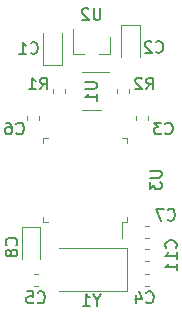
<source format=gbr>
G04 #@! TF.GenerationSoftware,KiCad,Pcbnew,5.0.2+dfsg1-1*
G04 #@! TF.CreationDate,2019-02-05T15:33:20+03:00*
G04 #@! TF.ProjectId,EvilKeys,4576696c-4b65-4797-932e-6b696361645f,1.0*
G04 #@! TF.SameCoordinates,PX7bfa480PY42c1d80*
G04 #@! TF.FileFunction,Legend,Bot*
G04 #@! TF.FilePolarity,Positive*
%FSLAX46Y46*%
G04 Gerber Fmt 4.6, Leading zero omitted, Abs format (unit mm)*
G04 Created by KiCad (PCBNEW 5.0.2+dfsg1-1) date Tue 05 Feb 2019 03:33:20 PM MSK*
%MOMM*%
%LPD*%
G01*
G04 APERTURE LIST*
%ADD10C,0.120000*%
%ADD11C,0.150000*%
%ADD12C,0.100000*%
%ADD13C,1.150000*%
%ADD14C,0.975000*%
%ADD15R,1.800000X1.800000*%
%ADD16O,1.800000X1.800000*%
%ADD17O,2.000000X3.600000*%
%ADD18C,1.200000*%
%ADD19R,0.800000X0.610000*%
%ADD20R,0.900000X1.000000*%
%ADD21R,0.350000X1.400000*%
%ADD22R,1.400000X0.350000*%
%ADD23R,2.100000X2.500000*%
G04 APERTURE END LIST*
D10*
G04 #@! TO.C,C8*
X1615000Y-23900000D02*
X1615000Y-21190000D01*
X1615000Y-21190000D02*
X3185000Y-21190000D01*
X3185000Y-21190000D02*
X3185000Y-23900000D01*
G04 #@! TO.C,C1*
X3415000Y-7510000D02*
X3415000Y-4800000D01*
X4985000Y-7510000D02*
X3415000Y-7510000D01*
X4985000Y-4800000D02*
X4985000Y-7510000D01*
G04 #@! TO.C,C2*
X10015000Y-6800000D02*
X10015000Y-4090000D01*
X10015000Y-4090000D02*
X11585000Y-4090000D01*
X11585000Y-4090000D02*
X11585000Y-6800000D01*
G04 #@! TO.C,C3*
X11290000Y-11837221D02*
X11290000Y-12162779D01*
X12310000Y-11837221D02*
X12310000Y-12162779D01*
G04 #@! TO.C,C4*
X12037221Y-25190000D02*
X12362779Y-25190000D01*
X12037221Y-26210000D02*
X12362779Y-26210000D01*
G04 #@! TO.C,C5*
X2962779Y-25190000D02*
X2637221Y-25190000D01*
X2962779Y-26210000D02*
X2637221Y-26210000D01*
G04 #@! TO.C,C6*
X3110000Y-11837221D02*
X3110000Y-12162779D01*
X2090000Y-11837221D02*
X2090000Y-12162779D01*
G04 #@! TO.C,C7*
X12362779Y-21090000D02*
X12037221Y-21090000D01*
X12362779Y-22110000D02*
X12037221Y-22110000D01*
G04 #@! TO.C,R1*
X4290000Y-9537221D02*
X4290000Y-9862779D01*
X5310000Y-9537221D02*
X5310000Y-9862779D01*
G04 #@! TO.C,R2*
X10710000Y-9537221D02*
X10710000Y-9862779D01*
X9690000Y-9537221D02*
X9690000Y-9862779D01*
G04 #@! TO.C,U1*
X8300000Y-11300000D02*
X6700000Y-11300000D01*
X6700000Y-8100000D02*
X9000000Y-8100000D01*
G04 #@! TO.C,U2*
X9080000Y-6560000D02*
X8150000Y-6560000D01*
X5920000Y-6560000D02*
X6850000Y-6560000D01*
X5920000Y-6560000D02*
X5920000Y-4400000D01*
X9080000Y-6560000D02*
X9080000Y-5100000D01*
G04 #@! TO.C,U3*
X10560000Y-13640000D02*
X10140000Y-13640000D01*
X3440000Y-13640000D02*
X3860000Y-13640000D01*
X3440000Y-20760000D02*
X3860000Y-20760000D01*
X10560000Y-20760000D02*
X10560000Y-20340000D01*
X3440000Y-13640000D02*
X3440000Y-14060000D01*
X10560000Y-13640000D02*
X10560000Y-14060000D01*
X10140000Y-20760000D02*
X10140000Y-22140000D01*
X10560000Y-20760000D02*
X10140000Y-20760000D01*
X3440000Y-20760000D02*
X3440000Y-20340000D01*
G04 #@! TO.C,Y1*
X4800000Y-23000000D02*
X10550000Y-23000000D01*
X10550000Y-23000000D02*
X10550000Y-26600000D01*
X10550000Y-26600000D02*
X4800000Y-26600000D01*
G04 #@! TO.C,C11*
X12037221Y-24110000D02*
X12362779Y-24110000D01*
X12037221Y-23090000D02*
X12362779Y-23090000D01*
G04 #@! TO.C,C8*
D11*
X1157142Y-22733333D02*
X1204761Y-22685714D01*
X1252380Y-22542857D01*
X1252380Y-22447619D01*
X1204761Y-22304761D01*
X1109523Y-22209523D01*
X1014285Y-22161904D01*
X823809Y-22114285D01*
X680952Y-22114285D01*
X490476Y-22161904D01*
X395238Y-22209523D01*
X300000Y-22304761D01*
X252380Y-22447619D01*
X252380Y-22542857D01*
X300000Y-22685714D01*
X347619Y-22733333D01*
X680952Y-23304761D02*
X633333Y-23209523D01*
X585714Y-23161904D01*
X490476Y-23114285D01*
X442857Y-23114285D01*
X347619Y-23161904D01*
X300000Y-23209523D01*
X252380Y-23304761D01*
X252380Y-23495238D01*
X300000Y-23590476D01*
X347619Y-23638095D01*
X442857Y-23685714D01*
X490476Y-23685714D01*
X585714Y-23638095D01*
X633333Y-23590476D01*
X680952Y-23495238D01*
X680952Y-23304761D01*
X728571Y-23209523D01*
X776190Y-23161904D01*
X871428Y-23114285D01*
X1061904Y-23114285D01*
X1157142Y-23161904D01*
X1204761Y-23209523D01*
X1252380Y-23304761D01*
X1252380Y-23495238D01*
X1204761Y-23590476D01*
X1157142Y-23638095D01*
X1061904Y-23685714D01*
X871428Y-23685714D01*
X776190Y-23638095D01*
X728571Y-23590476D01*
X680952Y-23495238D01*
G04 #@! TO.C,C1*
X2366666Y-6457142D02*
X2414285Y-6504761D01*
X2557142Y-6552380D01*
X2652380Y-6552380D01*
X2795238Y-6504761D01*
X2890476Y-6409523D01*
X2938095Y-6314285D01*
X2985714Y-6123809D01*
X2985714Y-5980952D01*
X2938095Y-5790476D01*
X2890476Y-5695238D01*
X2795238Y-5600000D01*
X2652380Y-5552380D01*
X2557142Y-5552380D01*
X2414285Y-5600000D01*
X2366666Y-5647619D01*
X1414285Y-6552380D02*
X1985714Y-6552380D01*
X1700000Y-6552380D02*
X1700000Y-5552380D01*
X1795238Y-5695238D01*
X1890476Y-5790476D01*
X1985714Y-5838095D01*
G04 #@! TO.C,C2*
X12966666Y-6357142D02*
X13014285Y-6404761D01*
X13157142Y-6452380D01*
X13252380Y-6452380D01*
X13395238Y-6404761D01*
X13490476Y-6309523D01*
X13538095Y-6214285D01*
X13585714Y-6023809D01*
X13585714Y-5880952D01*
X13538095Y-5690476D01*
X13490476Y-5595238D01*
X13395238Y-5500000D01*
X13252380Y-5452380D01*
X13157142Y-5452380D01*
X13014285Y-5500000D01*
X12966666Y-5547619D01*
X12585714Y-5547619D02*
X12538095Y-5500000D01*
X12442857Y-5452380D01*
X12204761Y-5452380D01*
X12109523Y-5500000D01*
X12061904Y-5547619D01*
X12014285Y-5642857D01*
X12014285Y-5738095D01*
X12061904Y-5880952D01*
X12633333Y-6452380D01*
X12014285Y-6452380D01*
G04 #@! TO.C,C3*
X13766666Y-13257142D02*
X13814285Y-13304761D01*
X13957142Y-13352380D01*
X14052380Y-13352380D01*
X14195238Y-13304761D01*
X14290476Y-13209523D01*
X14338095Y-13114285D01*
X14385714Y-12923809D01*
X14385714Y-12780952D01*
X14338095Y-12590476D01*
X14290476Y-12495238D01*
X14195238Y-12400000D01*
X14052380Y-12352380D01*
X13957142Y-12352380D01*
X13814285Y-12400000D01*
X13766666Y-12447619D01*
X13433333Y-12352380D02*
X12814285Y-12352380D01*
X13147619Y-12733333D01*
X13004761Y-12733333D01*
X12909523Y-12780952D01*
X12861904Y-12828571D01*
X12814285Y-12923809D01*
X12814285Y-13161904D01*
X12861904Y-13257142D01*
X12909523Y-13304761D01*
X13004761Y-13352380D01*
X13290476Y-13352380D01*
X13385714Y-13304761D01*
X13433333Y-13257142D01*
G04 #@! TO.C,C4*
X12166666Y-27557142D02*
X12214285Y-27604761D01*
X12357142Y-27652380D01*
X12452380Y-27652380D01*
X12595238Y-27604761D01*
X12690476Y-27509523D01*
X12738095Y-27414285D01*
X12785714Y-27223809D01*
X12785714Y-27080952D01*
X12738095Y-26890476D01*
X12690476Y-26795238D01*
X12595238Y-26700000D01*
X12452380Y-26652380D01*
X12357142Y-26652380D01*
X12214285Y-26700000D01*
X12166666Y-26747619D01*
X11309523Y-26985714D02*
X11309523Y-27652380D01*
X11547619Y-26604761D02*
X11785714Y-27319047D01*
X11166666Y-27319047D01*
G04 #@! TO.C,C5*
X2966666Y-27557142D02*
X3014285Y-27604761D01*
X3157142Y-27652380D01*
X3252380Y-27652380D01*
X3395238Y-27604761D01*
X3490476Y-27509523D01*
X3538095Y-27414285D01*
X3585714Y-27223809D01*
X3585714Y-27080952D01*
X3538095Y-26890476D01*
X3490476Y-26795238D01*
X3395238Y-26700000D01*
X3252380Y-26652380D01*
X3157142Y-26652380D01*
X3014285Y-26700000D01*
X2966666Y-26747619D01*
X2061904Y-26652380D02*
X2538095Y-26652380D01*
X2585714Y-27128571D01*
X2538095Y-27080952D01*
X2442857Y-27033333D01*
X2204761Y-27033333D01*
X2109523Y-27080952D01*
X2061904Y-27128571D01*
X2014285Y-27223809D01*
X2014285Y-27461904D01*
X2061904Y-27557142D01*
X2109523Y-27604761D01*
X2204761Y-27652380D01*
X2442857Y-27652380D01*
X2538095Y-27604761D01*
X2585714Y-27557142D01*
G04 #@! TO.C,C6*
X1166666Y-13257142D02*
X1214285Y-13304761D01*
X1357142Y-13352380D01*
X1452380Y-13352380D01*
X1595238Y-13304761D01*
X1690476Y-13209523D01*
X1738095Y-13114285D01*
X1785714Y-12923809D01*
X1785714Y-12780952D01*
X1738095Y-12590476D01*
X1690476Y-12495238D01*
X1595238Y-12400000D01*
X1452380Y-12352380D01*
X1357142Y-12352380D01*
X1214285Y-12400000D01*
X1166666Y-12447619D01*
X309523Y-12352380D02*
X500000Y-12352380D01*
X595238Y-12400000D01*
X642857Y-12447619D01*
X738095Y-12590476D01*
X785714Y-12780952D01*
X785714Y-13161904D01*
X738095Y-13257142D01*
X690476Y-13304761D01*
X595238Y-13352380D01*
X404761Y-13352380D01*
X309523Y-13304761D01*
X261904Y-13257142D01*
X214285Y-13161904D01*
X214285Y-12923809D01*
X261904Y-12828571D01*
X309523Y-12780952D01*
X404761Y-12733333D01*
X595238Y-12733333D01*
X690476Y-12780952D01*
X738095Y-12828571D01*
X785714Y-12923809D01*
G04 #@! TO.C,C7*
X13966666Y-20557142D02*
X14014285Y-20604761D01*
X14157142Y-20652380D01*
X14252380Y-20652380D01*
X14395238Y-20604761D01*
X14490476Y-20509523D01*
X14538095Y-20414285D01*
X14585714Y-20223809D01*
X14585714Y-20080952D01*
X14538095Y-19890476D01*
X14490476Y-19795238D01*
X14395238Y-19700000D01*
X14252380Y-19652380D01*
X14157142Y-19652380D01*
X14014285Y-19700000D01*
X13966666Y-19747619D01*
X13633333Y-19652380D02*
X12966666Y-19652380D01*
X13395238Y-20652380D01*
G04 #@! TO.C,R1*
X3166666Y-9552380D02*
X3500000Y-9076190D01*
X3738095Y-9552380D02*
X3738095Y-8552380D01*
X3357142Y-8552380D01*
X3261904Y-8600000D01*
X3214285Y-8647619D01*
X3166666Y-8742857D01*
X3166666Y-8885714D01*
X3214285Y-8980952D01*
X3261904Y-9028571D01*
X3357142Y-9076190D01*
X3738095Y-9076190D01*
X2214285Y-9552380D02*
X2785714Y-9552380D01*
X2500000Y-9552380D02*
X2500000Y-8552380D01*
X2595238Y-8695238D01*
X2690476Y-8790476D01*
X2785714Y-8838095D01*
G04 #@! TO.C,R2*
X12166666Y-9552380D02*
X12500000Y-9076190D01*
X12738095Y-9552380D02*
X12738095Y-8552380D01*
X12357142Y-8552380D01*
X12261904Y-8600000D01*
X12214285Y-8647619D01*
X12166666Y-8742857D01*
X12166666Y-8885714D01*
X12214285Y-8980952D01*
X12261904Y-9028571D01*
X12357142Y-9076190D01*
X12738095Y-9076190D01*
X11785714Y-8647619D02*
X11738095Y-8600000D01*
X11642857Y-8552380D01*
X11404761Y-8552380D01*
X11309523Y-8600000D01*
X11261904Y-8647619D01*
X11214285Y-8742857D01*
X11214285Y-8838095D01*
X11261904Y-8980952D01*
X11833333Y-9552380D01*
X11214285Y-9552380D01*
G04 #@! TO.C,U1*
X6952380Y-8938095D02*
X7761904Y-8938095D01*
X7857142Y-8985714D01*
X7904761Y-9033333D01*
X7952380Y-9128571D01*
X7952380Y-9319047D01*
X7904761Y-9414285D01*
X7857142Y-9461904D01*
X7761904Y-9509523D01*
X6952380Y-9509523D01*
X7952380Y-10509523D02*
X7952380Y-9938095D01*
X7952380Y-10223809D02*
X6952380Y-10223809D01*
X7095238Y-10128571D01*
X7190476Y-10033333D01*
X7238095Y-9938095D01*
G04 #@! TO.C,U2*
X8261904Y-2652380D02*
X8261904Y-3461904D01*
X8214285Y-3557142D01*
X8166666Y-3604761D01*
X8071428Y-3652380D01*
X7880952Y-3652380D01*
X7785714Y-3604761D01*
X7738095Y-3557142D01*
X7690476Y-3461904D01*
X7690476Y-2652380D01*
X7261904Y-2747619D02*
X7214285Y-2700000D01*
X7119047Y-2652380D01*
X6880952Y-2652380D01*
X6785714Y-2700000D01*
X6738095Y-2747619D01*
X6690476Y-2842857D01*
X6690476Y-2938095D01*
X6738095Y-3080952D01*
X7309523Y-3652380D01*
X6690476Y-3652380D01*
G04 #@! TO.C,U3*
X12452380Y-16438095D02*
X13261904Y-16438095D01*
X13357142Y-16485714D01*
X13404761Y-16533333D01*
X13452380Y-16628571D01*
X13452380Y-16819047D01*
X13404761Y-16914285D01*
X13357142Y-16961904D01*
X13261904Y-17009523D01*
X12452380Y-17009523D01*
X12452380Y-17390476D02*
X12452380Y-18009523D01*
X12833333Y-17676190D01*
X12833333Y-17819047D01*
X12880952Y-17914285D01*
X12928571Y-17961904D01*
X13023809Y-18009523D01*
X13261904Y-18009523D01*
X13357142Y-17961904D01*
X13404761Y-17914285D01*
X13452380Y-17819047D01*
X13452380Y-17533333D01*
X13404761Y-17438095D01*
X13357142Y-17390476D01*
G04 #@! TO.C,Y1*
X7976190Y-27376190D02*
X7976190Y-27852380D01*
X8309523Y-26852380D02*
X7976190Y-27376190D01*
X7642857Y-26852380D01*
X6785714Y-27852380D02*
X7357142Y-27852380D01*
X7071428Y-27852380D02*
X7071428Y-26852380D01*
X7166666Y-26995238D01*
X7261904Y-27090476D01*
X7357142Y-27138095D01*
G04 #@! TO.C,C11*
X14657142Y-22957142D02*
X14704761Y-22909523D01*
X14752380Y-22766666D01*
X14752380Y-22671428D01*
X14704761Y-22528571D01*
X14609523Y-22433333D01*
X14514285Y-22385714D01*
X14323809Y-22338095D01*
X14180952Y-22338095D01*
X13990476Y-22385714D01*
X13895238Y-22433333D01*
X13800000Y-22528571D01*
X13752380Y-22671428D01*
X13752380Y-22766666D01*
X13800000Y-22909523D01*
X13847619Y-22957142D01*
X14752380Y-23909523D02*
X14752380Y-23338095D01*
X14752380Y-23623809D02*
X13752380Y-23623809D01*
X13895238Y-23528571D01*
X13990476Y-23433333D01*
X14038095Y-23338095D01*
X14752380Y-24861904D02*
X14752380Y-24290476D01*
X14752380Y-24576190D02*
X13752380Y-24576190D01*
X13895238Y-24480952D01*
X13990476Y-24385714D01*
X14038095Y-24290476D01*
G04 #@! TD*
%LPC*%
D12*
G04 #@! TO.C,C8*
G36*
X2728029Y-21401318D02*
X2754608Y-21405261D01*
X2780674Y-21411790D01*
X2805973Y-21420842D01*
X2830264Y-21432331D01*
X2853311Y-21446145D01*
X2874894Y-21462152D01*
X2894803Y-21480197D01*
X2912848Y-21500106D01*
X2928855Y-21521689D01*
X2942669Y-21544736D01*
X2954158Y-21569027D01*
X2963210Y-21594326D01*
X2969739Y-21620392D01*
X2973682Y-21646971D01*
X2975000Y-21673809D01*
X2975000Y-22351191D01*
X2973682Y-22378029D01*
X2969739Y-22404608D01*
X2963210Y-22430674D01*
X2954158Y-22455973D01*
X2942669Y-22480264D01*
X2928855Y-22503311D01*
X2912848Y-22524894D01*
X2894803Y-22544803D01*
X2874894Y-22562848D01*
X2853311Y-22578855D01*
X2830264Y-22592669D01*
X2805973Y-22604158D01*
X2780674Y-22613210D01*
X2754608Y-22619739D01*
X2728029Y-22623682D01*
X2701191Y-22625000D01*
X2098809Y-22625000D01*
X2071971Y-22623682D01*
X2045392Y-22619739D01*
X2019326Y-22613210D01*
X1994027Y-22604158D01*
X1969736Y-22592669D01*
X1946689Y-22578855D01*
X1925106Y-22562848D01*
X1905197Y-22544803D01*
X1887152Y-22524894D01*
X1871145Y-22503311D01*
X1857331Y-22480264D01*
X1845842Y-22455973D01*
X1836790Y-22430674D01*
X1830261Y-22404608D01*
X1826318Y-22378029D01*
X1825000Y-22351191D01*
X1825000Y-21673809D01*
X1826318Y-21646971D01*
X1830261Y-21620392D01*
X1836790Y-21594326D01*
X1845842Y-21569027D01*
X1857331Y-21544736D01*
X1871145Y-21521689D01*
X1887152Y-21500106D01*
X1905197Y-21480197D01*
X1925106Y-21462152D01*
X1946689Y-21446145D01*
X1969736Y-21432331D01*
X1994027Y-21420842D01*
X2019326Y-21411790D01*
X2045392Y-21405261D01*
X2071971Y-21401318D01*
X2098809Y-21400000D01*
X2701191Y-21400000D01*
X2728029Y-21401318D01*
X2728029Y-21401318D01*
G37*
D13*
X2400000Y-22012500D03*
D12*
G36*
X2728029Y-23176318D02*
X2754608Y-23180261D01*
X2780674Y-23186790D01*
X2805973Y-23195842D01*
X2830264Y-23207331D01*
X2853311Y-23221145D01*
X2874894Y-23237152D01*
X2894803Y-23255197D01*
X2912848Y-23275106D01*
X2928855Y-23296689D01*
X2942669Y-23319736D01*
X2954158Y-23344027D01*
X2963210Y-23369326D01*
X2969739Y-23395392D01*
X2973682Y-23421971D01*
X2975000Y-23448809D01*
X2975000Y-24126191D01*
X2973682Y-24153029D01*
X2969739Y-24179608D01*
X2963210Y-24205674D01*
X2954158Y-24230973D01*
X2942669Y-24255264D01*
X2928855Y-24278311D01*
X2912848Y-24299894D01*
X2894803Y-24319803D01*
X2874894Y-24337848D01*
X2853311Y-24353855D01*
X2830264Y-24367669D01*
X2805973Y-24379158D01*
X2780674Y-24388210D01*
X2754608Y-24394739D01*
X2728029Y-24398682D01*
X2701191Y-24400000D01*
X2098809Y-24400000D01*
X2071971Y-24398682D01*
X2045392Y-24394739D01*
X2019326Y-24388210D01*
X1994027Y-24379158D01*
X1969736Y-24367669D01*
X1946689Y-24353855D01*
X1925106Y-24337848D01*
X1905197Y-24319803D01*
X1887152Y-24299894D01*
X1871145Y-24278311D01*
X1857331Y-24255264D01*
X1845842Y-24230973D01*
X1836790Y-24205674D01*
X1830261Y-24179608D01*
X1826318Y-24153029D01*
X1825000Y-24126191D01*
X1825000Y-23448809D01*
X1826318Y-23421971D01*
X1830261Y-23395392D01*
X1836790Y-23369326D01*
X1845842Y-23344027D01*
X1857331Y-23319736D01*
X1871145Y-23296689D01*
X1887152Y-23275106D01*
X1905197Y-23255197D01*
X1925106Y-23237152D01*
X1946689Y-23221145D01*
X1969736Y-23207331D01*
X1994027Y-23195842D01*
X2019326Y-23186790D01*
X2045392Y-23180261D01*
X2071971Y-23176318D01*
X2098809Y-23175000D01*
X2701191Y-23175000D01*
X2728029Y-23176318D01*
X2728029Y-23176318D01*
G37*
D13*
X2400000Y-23787500D03*
G04 #@! TD*
D12*
G04 #@! TO.C,C1*
G36*
X4528029Y-4301318D02*
X4554608Y-4305261D01*
X4580674Y-4311790D01*
X4605973Y-4320842D01*
X4630264Y-4332331D01*
X4653311Y-4346145D01*
X4674894Y-4362152D01*
X4694803Y-4380197D01*
X4712848Y-4400106D01*
X4728855Y-4421689D01*
X4742669Y-4444736D01*
X4754158Y-4469027D01*
X4763210Y-4494326D01*
X4769739Y-4520392D01*
X4773682Y-4546971D01*
X4775000Y-4573809D01*
X4775000Y-5251191D01*
X4773682Y-5278029D01*
X4769739Y-5304608D01*
X4763210Y-5330674D01*
X4754158Y-5355973D01*
X4742669Y-5380264D01*
X4728855Y-5403311D01*
X4712848Y-5424894D01*
X4694803Y-5444803D01*
X4674894Y-5462848D01*
X4653311Y-5478855D01*
X4630264Y-5492669D01*
X4605973Y-5504158D01*
X4580674Y-5513210D01*
X4554608Y-5519739D01*
X4528029Y-5523682D01*
X4501191Y-5525000D01*
X3898809Y-5525000D01*
X3871971Y-5523682D01*
X3845392Y-5519739D01*
X3819326Y-5513210D01*
X3794027Y-5504158D01*
X3769736Y-5492669D01*
X3746689Y-5478855D01*
X3725106Y-5462848D01*
X3705197Y-5444803D01*
X3687152Y-5424894D01*
X3671145Y-5403311D01*
X3657331Y-5380264D01*
X3645842Y-5355973D01*
X3636790Y-5330674D01*
X3630261Y-5304608D01*
X3626318Y-5278029D01*
X3625000Y-5251191D01*
X3625000Y-4573809D01*
X3626318Y-4546971D01*
X3630261Y-4520392D01*
X3636790Y-4494326D01*
X3645842Y-4469027D01*
X3657331Y-4444736D01*
X3671145Y-4421689D01*
X3687152Y-4400106D01*
X3705197Y-4380197D01*
X3725106Y-4362152D01*
X3746689Y-4346145D01*
X3769736Y-4332331D01*
X3794027Y-4320842D01*
X3819326Y-4311790D01*
X3845392Y-4305261D01*
X3871971Y-4301318D01*
X3898809Y-4300000D01*
X4501191Y-4300000D01*
X4528029Y-4301318D01*
X4528029Y-4301318D01*
G37*
D13*
X4200000Y-4912500D03*
D12*
G36*
X4528029Y-6076318D02*
X4554608Y-6080261D01*
X4580674Y-6086790D01*
X4605973Y-6095842D01*
X4630264Y-6107331D01*
X4653311Y-6121145D01*
X4674894Y-6137152D01*
X4694803Y-6155197D01*
X4712848Y-6175106D01*
X4728855Y-6196689D01*
X4742669Y-6219736D01*
X4754158Y-6244027D01*
X4763210Y-6269326D01*
X4769739Y-6295392D01*
X4773682Y-6321971D01*
X4775000Y-6348809D01*
X4775000Y-7026191D01*
X4773682Y-7053029D01*
X4769739Y-7079608D01*
X4763210Y-7105674D01*
X4754158Y-7130973D01*
X4742669Y-7155264D01*
X4728855Y-7178311D01*
X4712848Y-7199894D01*
X4694803Y-7219803D01*
X4674894Y-7237848D01*
X4653311Y-7253855D01*
X4630264Y-7267669D01*
X4605973Y-7279158D01*
X4580674Y-7288210D01*
X4554608Y-7294739D01*
X4528029Y-7298682D01*
X4501191Y-7300000D01*
X3898809Y-7300000D01*
X3871971Y-7298682D01*
X3845392Y-7294739D01*
X3819326Y-7288210D01*
X3794027Y-7279158D01*
X3769736Y-7267669D01*
X3746689Y-7253855D01*
X3725106Y-7237848D01*
X3705197Y-7219803D01*
X3687152Y-7199894D01*
X3671145Y-7178311D01*
X3657331Y-7155264D01*
X3645842Y-7130973D01*
X3636790Y-7105674D01*
X3630261Y-7079608D01*
X3626318Y-7053029D01*
X3625000Y-7026191D01*
X3625000Y-6348809D01*
X3626318Y-6321971D01*
X3630261Y-6295392D01*
X3636790Y-6269326D01*
X3645842Y-6244027D01*
X3657331Y-6219736D01*
X3671145Y-6196689D01*
X3687152Y-6175106D01*
X3705197Y-6155197D01*
X3725106Y-6137152D01*
X3746689Y-6121145D01*
X3769736Y-6107331D01*
X3794027Y-6095842D01*
X3819326Y-6086790D01*
X3845392Y-6080261D01*
X3871971Y-6076318D01*
X3898809Y-6075000D01*
X4501191Y-6075000D01*
X4528029Y-6076318D01*
X4528029Y-6076318D01*
G37*
D13*
X4200000Y-6687500D03*
G04 #@! TD*
D12*
G04 #@! TO.C,C2*
G36*
X11128029Y-4301318D02*
X11154608Y-4305261D01*
X11180674Y-4311790D01*
X11205973Y-4320842D01*
X11230264Y-4332331D01*
X11253311Y-4346145D01*
X11274894Y-4362152D01*
X11294803Y-4380197D01*
X11312848Y-4400106D01*
X11328855Y-4421689D01*
X11342669Y-4444736D01*
X11354158Y-4469027D01*
X11363210Y-4494326D01*
X11369739Y-4520392D01*
X11373682Y-4546971D01*
X11375000Y-4573809D01*
X11375000Y-5251191D01*
X11373682Y-5278029D01*
X11369739Y-5304608D01*
X11363210Y-5330674D01*
X11354158Y-5355973D01*
X11342669Y-5380264D01*
X11328855Y-5403311D01*
X11312848Y-5424894D01*
X11294803Y-5444803D01*
X11274894Y-5462848D01*
X11253311Y-5478855D01*
X11230264Y-5492669D01*
X11205973Y-5504158D01*
X11180674Y-5513210D01*
X11154608Y-5519739D01*
X11128029Y-5523682D01*
X11101191Y-5525000D01*
X10498809Y-5525000D01*
X10471971Y-5523682D01*
X10445392Y-5519739D01*
X10419326Y-5513210D01*
X10394027Y-5504158D01*
X10369736Y-5492669D01*
X10346689Y-5478855D01*
X10325106Y-5462848D01*
X10305197Y-5444803D01*
X10287152Y-5424894D01*
X10271145Y-5403311D01*
X10257331Y-5380264D01*
X10245842Y-5355973D01*
X10236790Y-5330674D01*
X10230261Y-5304608D01*
X10226318Y-5278029D01*
X10225000Y-5251191D01*
X10225000Y-4573809D01*
X10226318Y-4546971D01*
X10230261Y-4520392D01*
X10236790Y-4494326D01*
X10245842Y-4469027D01*
X10257331Y-4444736D01*
X10271145Y-4421689D01*
X10287152Y-4400106D01*
X10305197Y-4380197D01*
X10325106Y-4362152D01*
X10346689Y-4346145D01*
X10369736Y-4332331D01*
X10394027Y-4320842D01*
X10419326Y-4311790D01*
X10445392Y-4305261D01*
X10471971Y-4301318D01*
X10498809Y-4300000D01*
X11101191Y-4300000D01*
X11128029Y-4301318D01*
X11128029Y-4301318D01*
G37*
D13*
X10800000Y-4912500D03*
D12*
G36*
X11128029Y-6076318D02*
X11154608Y-6080261D01*
X11180674Y-6086790D01*
X11205973Y-6095842D01*
X11230264Y-6107331D01*
X11253311Y-6121145D01*
X11274894Y-6137152D01*
X11294803Y-6155197D01*
X11312848Y-6175106D01*
X11328855Y-6196689D01*
X11342669Y-6219736D01*
X11354158Y-6244027D01*
X11363210Y-6269326D01*
X11369739Y-6295392D01*
X11373682Y-6321971D01*
X11375000Y-6348809D01*
X11375000Y-7026191D01*
X11373682Y-7053029D01*
X11369739Y-7079608D01*
X11363210Y-7105674D01*
X11354158Y-7130973D01*
X11342669Y-7155264D01*
X11328855Y-7178311D01*
X11312848Y-7199894D01*
X11294803Y-7219803D01*
X11274894Y-7237848D01*
X11253311Y-7253855D01*
X11230264Y-7267669D01*
X11205973Y-7279158D01*
X11180674Y-7288210D01*
X11154608Y-7294739D01*
X11128029Y-7298682D01*
X11101191Y-7300000D01*
X10498809Y-7300000D01*
X10471971Y-7298682D01*
X10445392Y-7294739D01*
X10419326Y-7288210D01*
X10394027Y-7279158D01*
X10369736Y-7267669D01*
X10346689Y-7253855D01*
X10325106Y-7237848D01*
X10305197Y-7219803D01*
X10287152Y-7199894D01*
X10271145Y-7178311D01*
X10257331Y-7155264D01*
X10245842Y-7130973D01*
X10236790Y-7105674D01*
X10230261Y-7079608D01*
X10226318Y-7053029D01*
X10225000Y-7026191D01*
X10225000Y-6348809D01*
X10226318Y-6321971D01*
X10230261Y-6295392D01*
X10236790Y-6269326D01*
X10245842Y-6244027D01*
X10257331Y-6219736D01*
X10271145Y-6196689D01*
X10287152Y-6175106D01*
X10305197Y-6155197D01*
X10325106Y-6137152D01*
X10346689Y-6121145D01*
X10369736Y-6107331D01*
X10394027Y-6095842D01*
X10419326Y-6086790D01*
X10445392Y-6080261D01*
X10471971Y-6076318D01*
X10498809Y-6075000D01*
X11101191Y-6075000D01*
X11128029Y-6076318D01*
X11128029Y-6076318D01*
G37*
D13*
X10800000Y-6687500D03*
G04 #@! TD*
D12*
G04 #@! TO.C,C3*
G36*
X12105142Y-10726174D02*
X12128803Y-10729684D01*
X12152007Y-10735496D01*
X12174529Y-10743554D01*
X12196153Y-10753782D01*
X12216670Y-10766079D01*
X12235883Y-10780329D01*
X12253607Y-10796393D01*
X12269671Y-10814117D01*
X12283921Y-10833330D01*
X12296218Y-10853847D01*
X12306446Y-10875471D01*
X12314504Y-10897993D01*
X12320316Y-10921197D01*
X12323826Y-10944858D01*
X12325000Y-10968750D01*
X12325000Y-11456250D01*
X12323826Y-11480142D01*
X12320316Y-11503803D01*
X12314504Y-11527007D01*
X12306446Y-11549529D01*
X12296218Y-11571153D01*
X12283921Y-11591670D01*
X12269671Y-11610883D01*
X12253607Y-11628607D01*
X12235883Y-11644671D01*
X12216670Y-11658921D01*
X12196153Y-11671218D01*
X12174529Y-11681446D01*
X12152007Y-11689504D01*
X12128803Y-11695316D01*
X12105142Y-11698826D01*
X12081250Y-11700000D01*
X11518750Y-11700000D01*
X11494858Y-11698826D01*
X11471197Y-11695316D01*
X11447993Y-11689504D01*
X11425471Y-11681446D01*
X11403847Y-11671218D01*
X11383330Y-11658921D01*
X11364117Y-11644671D01*
X11346393Y-11628607D01*
X11330329Y-11610883D01*
X11316079Y-11591670D01*
X11303782Y-11571153D01*
X11293554Y-11549529D01*
X11285496Y-11527007D01*
X11279684Y-11503803D01*
X11276174Y-11480142D01*
X11275000Y-11456250D01*
X11275000Y-10968750D01*
X11276174Y-10944858D01*
X11279684Y-10921197D01*
X11285496Y-10897993D01*
X11293554Y-10875471D01*
X11303782Y-10853847D01*
X11316079Y-10833330D01*
X11330329Y-10814117D01*
X11346393Y-10796393D01*
X11364117Y-10780329D01*
X11383330Y-10766079D01*
X11403847Y-10753782D01*
X11425471Y-10743554D01*
X11447993Y-10735496D01*
X11471197Y-10729684D01*
X11494858Y-10726174D01*
X11518750Y-10725000D01*
X12081250Y-10725000D01*
X12105142Y-10726174D01*
X12105142Y-10726174D01*
G37*
D14*
X11800000Y-11212500D03*
D12*
G36*
X12105142Y-12301174D02*
X12128803Y-12304684D01*
X12152007Y-12310496D01*
X12174529Y-12318554D01*
X12196153Y-12328782D01*
X12216670Y-12341079D01*
X12235883Y-12355329D01*
X12253607Y-12371393D01*
X12269671Y-12389117D01*
X12283921Y-12408330D01*
X12296218Y-12428847D01*
X12306446Y-12450471D01*
X12314504Y-12472993D01*
X12320316Y-12496197D01*
X12323826Y-12519858D01*
X12325000Y-12543750D01*
X12325000Y-13031250D01*
X12323826Y-13055142D01*
X12320316Y-13078803D01*
X12314504Y-13102007D01*
X12306446Y-13124529D01*
X12296218Y-13146153D01*
X12283921Y-13166670D01*
X12269671Y-13185883D01*
X12253607Y-13203607D01*
X12235883Y-13219671D01*
X12216670Y-13233921D01*
X12196153Y-13246218D01*
X12174529Y-13256446D01*
X12152007Y-13264504D01*
X12128803Y-13270316D01*
X12105142Y-13273826D01*
X12081250Y-13275000D01*
X11518750Y-13275000D01*
X11494858Y-13273826D01*
X11471197Y-13270316D01*
X11447993Y-13264504D01*
X11425471Y-13256446D01*
X11403847Y-13246218D01*
X11383330Y-13233921D01*
X11364117Y-13219671D01*
X11346393Y-13203607D01*
X11330329Y-13185883D01*
X11316079Y-13166670D01*
X11303782Y-13146153D01*
X11293554Y-13124529D01*
X11285496Y-13102007D01*
X11279684Y-13078803D01*
X11276174Y-13055142D01*
X11275000Y-13031250D01*
X11275000Y-12543750D01*
X11276174Y-12519858D01*
X11279684Y-12496197D01*
X11285496Y-12472993D01*
X11293554Y-12450471D01*
X11303782Y-12428847D01*
X11316079Y-12408330D01*
X11330329Y-12389117D01*
X11346393Y-12371393D01*
X11364117Y-12355329D01*
X11383330Y-12341079D01*
X11403847Y-12328782D01*
X11425471Y-12318554D01*
X11447993Y-12310496D01*
X11471197Y-12304684D01*
X11494858Y-12301174D01*
X11518750Y-12300000D01*
X12081250Y-12300000D01*
X12105142Y-12301174D01*
X12105142Y-12301174D01*
G37*
D14*
X11800000Y-12787500D03*
G04 #@! TD*
D12*
G04 #@! TO.C,C4*
G36*
X13255142Y-25176174D02*
X13278803Y-25179684D01*
X13302007Y-25185496D01*
X13324529Y-25193554D01*
X13346153Y-25203782D01*
X13366670Y-25216079D01*
X13385883Y-25230329D01*
X13403607Y-25246393D01*
X13419671Y-25264117D01*
X13433921Y-25283330D01*
X13446218Y-25303847D01*
X13456446Y-25325471D01*
X13464504Y-25347993D01*
X13470316Y-25371197D01*
X13473826Y-25394858D01*
X13475000Y-25418750D01*
X13475000Y-25981250D01*
X13473826Y-26005142D01*
X13470316Y-26028803D01*
X13464504Y-26052007D01*
X13456446Y-26074529D01*
X13446218Y-26096153D01*
X13433921Y-26116670D01*
X13419671Y-26135883D01*
X13403607Y-26153607D01*
X13385883Y-26169671D01*
X13366670Y-26183921D01*
X13346153Y-26196218D01*
X13324529Y-26206446D01*
X13302007Y-26214504D01*
X13278803Y-26220316D01*
X13255142Y-26223826D01*
X13231250Y-26225000D01*
X12743750Y-26225000D01*
X12719858Y-26223826D01*
X12696197Y-26220316D01*
X12672993Y-26214504D01*
X12650471Y-26206446D01*
X12628847Y-26196218D01*
X12608330Y-26183921D01*
X12589117Y-26169671D01*
X12571393Y-26153607D01*
X12555329Y-26135883D01*
X12541079Y-26116670D01*
X12528782Y-26096153D01*
X12518554Y-26074529D01*
X12510496Y-26052007D01*
X12504684Y-26028803D01*
X12501174Y-26005142D01*
X12500000Y-25981250D01*
X12500000Y-25418750D01*
X12501174Y-25394858D01*
X12504684Y-25371197D01*
X12510496Y-25347993D01*
X12518554Y-25325471D01*
X12528782Y-25303847D01*
X12541079Y-25283330D01*
X12555329Y-25264117D01*
X12571393Y-25246393D01*
X12589117Y-25230329D01*
X12608330Y-25216079D01*
X12628847Y-25203782D01*
X12650471Y-25193554D01*
X12672993Y-25185496D01*
X12696197Y-25179684D01*
X12719858Y-25176174D01*
X12743750Y-25175000D01*
X13231250Y-25175000D01*
X13255142Y-25176174D01*
X13255142Y-25176174D01*
G37*
D14*
X12987500Y-25700000D03*
D12*
G36*
X11680142Y-25176174D02*
X11703803Y-25179684D01*
X11727007Y-25185496D01*
X11749529Y-25193554D01*
X11771153Y-25203782D01*
X11791670Y-25216079D01*
X11810883Y-25230329D01*
X11828607Y-25246393D01*
X11844671Y-25264117D01*
X11858921Y-25283330D01*
X11871218Y-25303847D01*
X11881446Y-25325471D01*
X11889504Y-25347993D01*
X11895316Y-25371197D01*
X11898826Y-25394858D01*
X11900000Y-25418750D01*
X11900000Y-25981250D01*
X11898826Y-26005142D01*
X11895316Y-26028803D01*
X11889504Y-26052007D01*
X11881446Y-26074529D01*
X11871218Y-26096153D01*
X11858921Y-26116670D01*
X11844671Y-26135883D01*
X11828607Y-26153607D01*
X11810883Y-26169671D01*
X11791670Y-26183921D01*
X11771153Y-26196218D01*
X11749529Y-26206446D01*
X11727007Y-26214504D01*
X11703803Y-26220316D01*
X11680142Y-26223826D01*
X11656250Y-26225000D01*
X11168750Y-26225000D01*
X11144858Y-26223826D01*
X11121197Y-26220316D01*
X11097993Y-26214504D01*
X11075471Y-26206446D01*
X11053847Y-26196218D01*
X11033330Y-26183921D01*
X11014117Y-26169671D01*
X10996393Y-26153607D01*
X10980329Y-26135883D01*
X10966079Y-26116670D01*
X10953782Y-26096153D01*
X10943554Y-26074529D01*
X10935496Y-26052007D01*
X10929684Y-26028803D01*
X10926174Y-26005142D01*
X10925000Y-25981250D01*
X10925000Y-25418750D01*
X10926174Y-25394858D01*
X10929684Y-25371197D01*
X10935496Y-25347993D01*
X10943554Y-25325471D01*
X10953782Y-25303847D01*
X10966079Y-25283330D01*
X10980329Y-25264117D01*
X10996393Y-25246393D01*
X11014117Y-25230329D01*
X11033330Y-25216079D01*
X11053847Y-25203782D01*
X11075471Y-25193554D01*
X11097993Y-25185496D01*
X11121197Y-25179684D01*
X11144858Y-25176174D01*
X11168750Y-25175000D01*
X11656250Y-25175000D01*
X11680142Y-25176174D01*
X11680142Y-25176174D01*
G37*
D14*
X11412500Y-25700000D03*
G04 #@! TD*
D12*
G04 #@! TO.C,C5*
G36*
X3855142Y-25176174D02*
X3878803Y-25179684D01*
X3902007Y-25185496D01*
X3924529Y-25193554D01*
X3946153Y-25203782D01*
X3966670Y-25216079D01*
X3985883Y-25230329D01*
X4003607Y-25246393D01*
X4019671Y-25264117D01*
X4033921Y-25283330D01*
X4046218Y-25303847D01*
X4056446Y-25325471D01*
X4064504Y-25347993D01*
X4070316Y-25371197D01*
X4073826Y-25394858D01*
X4075000Y-25418750D01*
X4075000Y-25981250D01*
X4073826Y-26005142D01*
X4070316Y-26028803D01*
X4064504Y-26052007D01*
X4056446Y-26074529D01*
X4046218Y-26096153D01*
X4033921Y-26116670D01*
X4019671Y-26135883D01*
X4003607Y-26153607D01*
X3985883Y-26169671D01*
X3966670Y-26183921D01*
X3946153Y-26196218D01*
X3924529Y-26206446D01*
X3902007Y-26214504D01*
X3878803Y-26220316D01*
X3855142Y-26223826D01*
X3831250Y-26225000D01*
X3343750Y-26225000D01*
X3319858Y-26223826D01*
X3296197Y-26220316D01*
X3272993Y-26214504D01*
X3250471Y-26206446D01*
X3228847Y-26196218D01*
X3208330Y-26183921D01*
X3189117Y-26169671D01*
X3171393Y-26153607D01*
X3155329Y-26135883D01*
X3141079Y-26116670D01*
X3128782Y-26096153D01*
X3118554Y-26074529D01*
X3110496Y-26052007D01*
X3104684Y-26028803D01*
X3101174Y-26005142D01*
X3100000Y-25981250D01*
X3100000Y-25418750D01*
X3101174Y-25394858D01*
X3104684Y-25371197D01*
X3110496Y-25347993D01*
X3118554Y-25325471D01*
X3128782Y-25303847D01*
X3141079Y-25283330D01*
X3155329Y-25264117D01*
X3171393Y-25246393D01*
X3189117Y-25230329D01*
X3208330Y-25216079D01*
X3228847Y-25203782D01*
X3250471Y-25193554D01*
X3272993Y-25185496D01*
X3296197Y-25179684D01*
X3319858Y-25176174D01*
X3343750Y-25175000D01*
X3831250Y-25175000D01*
X3855142Y-25176174D01*
X3855142Y-25176174D01*
G37*
D14*
X3587500Y-25700000D03*
D12*
G36*
X2280142Y-25176174D02*
X2303803Y-25179684D01*
X2327007Y-25185496D01*
X2349529Y-25193554D01*
X2371153Y-25203782D01*
X2391670Y-25216079D01*
X2410883Y-25230329D01*
X2428607Y-25246393D01*
X2444671Y-25264117D01*
X2458921Y-25283330D01*
X2471218Y-25303847D01*
X2481446Y-25325471D01*
X2489504Y-25347993D01*
X2495316Y-25371197D01*
X2498826Y-25394858D01*
X2500000Y-25418750D01*
X2500000Y-25981250D01*
X2498826Y-26005142D01*
X2495316Y-26028803D01*
X2489504Y-26052007D01*
X2481446Y-26074529D01*
X2471218Y-26096153D01*
X2458921Y-26116670D01*
X2444671Y-26135883D01*
X2428607Y-26153607D01*
X2410883Y-26169671D01*
X2391670Y-26183921D01*
X2371153Y-26196218D01*
X2349529Y-26206446D01*
X2327007Y-26214504D01*
X2303803Y-26220316D01*
X2280142Y-26223826D01*
X2256250Y-26225000D01*
X1768750Y-26225000D01*
X1744858Y-26223826D01*
X1721197Y-26220316D01*
X1697993Y-26214504D01*
X1675471Y-26206446D01*
X1653847Y-26196218D01*
X1633330Y-26183921D01*
X1614117Y-26169671D01*
X1596393Y-26153607D01*
X1580329Y-26135883D01*
X1566079Y-26116670D01*
X1553782Y-26096153D01*
X1543554Y-26074529D01*
X1535496Y-26052007D01*
X1529684Y-26028803D01*
X1526174Y-26005142D01*
X1525000Y-25981250D01*
X1525000Y-25418750D01*
X1526174Y-25394858D01*
X1529684Y-25371197D01*
X1535496Y-25347993D01*
X1543554Y-25325471D01*
X1553782Y-25303847D01*
X1566079Y-25283330D01*
X1580329Y-25264117D01*
X1596393Y-25246393D01*
X1614117Y-25230329D01*
X1633330Y-25216079D01*
X1653847Y-25203782D01*
X1675471Y-25193554D01*
X1697993Y-25185496D01*
X1721197Y-25179684D01*
X1744858Y-25176174D01*
X1768750Y-25175000D01*
X2256250Y-25175000D01*
X2280142Y-25176174D01*
X2280142Y-25176174D01*
G37*
D14*
X2012500Y-25700000D03*
G04 #@! TD*
D12*
G04 #@! TO.C,C6*
G36*
X2905142Y-12301174D02*
X2928803Y-12304684D01*
X2952007Y-12310496D01*
X2974529Y-12318554D01*
X2996153Y-12328782D01*
X3016670Y-12341079D01*
X3035883Y-12355329D01*
X3053607Y-12371393D01*
X3069671Y-12389117D01*
X3083921Y-12408330D01*
X3096218Y-12428847D01*
X3106446Y-12450471D01*
X3114504Y-12472993D01*
X3120316Y-12496197D01*
X3123826Y-12519858D01*
X3125000Y-12543750D01*
X3125000Y-13031250D01*
X3123826Y-13055142D01*
X3120316Y-13078803D01*
X3114504Y-13102007D01*
X3106446Y-13124529D01*
X3096218Y-13146153D01*
X3083921Y-13166670D01*
X3069671Y-13185883D01*
X3053607Y-13203607D01*
X3035883Y-13219671D01*
X3016670Y-13233921D01*
X2996153Y-13246218D01*
X2974529Y-13256446D01*
X2952007Y-13264504D01*
X2928803Y-13270316D01*
X2905142Y-13273826D01*
X2881250Y-13275000D01*
X2318750Y-13275000D01*
X2294858Y-13273826D01*
X2271197Y-13270316D01*
X2247993Y-13264504D01*
X2225471Y-13256446D01*
X2203847Y-13246218D01*
X2183330Y-13233921D01*
X2164117Y-13219671D01*
X2146393Y-13203607D01*
X2130329Y-13185883D01*
X2116079Y-13166670D01*
X2103782Y-13146153D01*
X2093554Y-13124529D01*
X2085496Y-13102007D01*
X2079684Y-13078803D01*
X2076174Y-13055142D01*
X2075000Y-13031250D01*
X2075000Y-12543750D01*
X2076174Y-12519858D01*
X2079684Y-12496197D01*
X2085496Y-12472993D01*
X2093554Y-12450471D01*
X2103782Y-12428847D01*
X2116079Y-12408330D01*
X2130329Y-12389117D01*
X2146393Y-12371393D01*
X2164117Y-12355329D01*
X2183330Y-12341079D01*
X2203847Y-12328782D01*
X2225471Y-12318554D01*
X2247993Y-12310496D01*
X2271197Y-12304684D01*
X2294858Y-12301174D01*
X2318750Y-12300000D01*
X2881250Y-12300000D01*
X2905142Y-12301174D01*
X2905142Y-12301174D01*
G37*
D14*
X2600000Y-12787500D03*
D12*
G36*
X2905142Y-10726174D02*
X2928803Y-10729684D01*
X2952007Y-10735496D01*
X2974529Y-10743554D01*
X2996153Y-10753782D01*
X3016670Y-10766079D01*
X3035883Y-10780329D01*
X3053607Y-10796393D01*
X3069671Y-10814117D01*
X3083921Y-10833330D01*
X3096218Y-10853847D01*
X3106446Y-10875471D01*
X3114504Y-10897993D01*
X3120316Y-10921197D01*
X3123826Y-10944858D01*
X3125000Y-10968750D01*
X3125000Y-11456250D01*
X3123826Y-11480142D01*
X3120316Y-11503803D01*
X3114504Y-11527007D01*
X3106446Y-11549529D01*
X3096218Y-11571153D01*
X3083921Y-11591670D01*
X3069671Y-11610883D01*
X3053607Y-11628607D01*
X3035883Y-11644671D01*
X3016670Y-11658921D01*
X2996153Y-11671218D01*
X2974529Y-11681446D01*
X2952007Y-11689504D01*
X2928803Y-11695316D01*
X2905142Y-11698826D01*
X2881250Y-11700000D01*
X2318750Y-11700000D01*
X2294858Y-11698826D01*
X2271197Y-11695316D01*
X2247993Y-11689504D01*
X2225471Y-11681446D01*
X2203847Y-11671218D01*
X2183330Y-11658921D01*
X2164117Y-11644671D01*
X2146393Y-11628607D01*
X2130329Y-11610883D01*
X2116079Y-11591670D01*
X2103782Y-11571153D01*
X2093554Y-11549529D01*
X2085496Y-11527007D01*
X2079684Y-11503803D01*
X2076174Y-11480142D01*
X2075000Y-11456250D01*
X2075000Y-10968750D01*
X2076174Y-10944858D01*
X2079684Y-10921197D01*
X2085496Y-10897993D01*
X2093554Y-10875471D01*
X2103782Y-10853847D01*
X2116079Y-10833330D01*
X2130329Y-10814117D01*
X2146393Y-10796393D01*
X2164117Y-10780329D01*
X2183330Y-10766079D01*
X2203847Y-10753782D01*
X2225471Y-10743554D01*
X2247993Y-10735496D01*
X2271197Y-10729684D01*
X2294858Y-10726174D01*
X2318750Y-10725000D01*
X2881250Y-10725000D01*
X2905142Y-10726174D01*
X2905142Y-10726174D01*
G37*
D14*
X2600000Y-11212500D03*
G04 #@! TD*
D12*
G04 #@! TO.C,C7*
G36*
X13255142Y-21076174D02*
X13278803Y-21079684D01*
X13302007Y-21085496D01*
X13324529Y-21093554D01*
X13346153Y-21103782D01*
X13366670Y-21116079D01*
X13385883Y-21130329D01*
X13403607Y-21146393D01*
X13419671Y-21164117D01*
X13433921Y-21183330D01*
X13446218Y-21203847D01*
X13456446Y-21225471D01*
X13464504Y-21247993D01*
X13470316Y-21271197D01*
X13473826Y-21294858D01*
X13475000Y-21318750D01*
X13475000Y-21881250D01*
X13473826Y-21905142D01*
X13470316Y-21928803D01*
X13464504Y-21952007D01*
X13456446Y-21974529D01*
X13446218Y-21996153D01*
X13433921Y-22016670D01*
X13419671Y-22035883D01*
X13403607Y-22053607D01*
X13385883Y-22069671D01*
X13366670Y-22083921D01*
X13346153Y-22096218D01*
X13324529Y-22106446D01*
X13302007Y-22114504D01*
X13278803Y-22120316D01*
X13255142Y-22123826D01*
X13231250Y-22125000D01*
X12743750Y-22125000D01*
X12719858Y-22123826D01*
X12696197Y-22120316D01*
X12672993Y-22114504D01*
X12650471Y-22106446D01*
X12628847Y-22096218D01*
X12608330Y-22083921D01*
X12589117Y-22069671D01*
X12571393Y-22053607D01*
X12555329Y-22035883D01*
X12541079Y-22016670D01*
X12528782Y-21996153D01*
X12518554Y-21974529D01*
X12510496Y-21952007D01*
X12504684Y-21928803D01*
X12501174Y-21905142D01*
X12500000Y-21881250D01*
X12500000Y-21318750D01*
X12501174Y-21294858D01*
X12504684Y-21271197D01*
X12510496Y-21247993D01*
X12518554Y-21225471D01*
X12528782Y-21203847D01*
X12541079Y-21183330D01*
X12555329Y-21164117D01*
X12571393Y-21146393D01*
X12589117Y-21130329D01*
X12608330Y-21116079D01*
X12628847Y-21103782D01*
X12650471Y-21093554D01*
X12672993Y-21085496D01*
X12696197Y-21079684D01*
X12719858Y-21076174D01*
X12743750Y-21075000D01*
X13231250Y-21075000D01*
X13255142Y-21076174D01*
X13255142Y-21076174D01*
G37*
D14*
X12987500Y-21600000D03*
D12*
G36*
X11680142Y-21076174D02*
X11703803Y-21079684D01*
X11727007Y-21085496D01*
X11749529Y-21093554D01*
X11771153Y-21103782D01*
X11791670Y-21116079D01*
X11810883Y-21130329D01*
X11828607Y-21146393D01*
X11844671Y-21164117D01*
X11858921Y-21183330D01*
X11871218Y-21203847D01*
X11881446Y-21225471D01*
X11889504Y-21247993D01*
X11895316Y-21271197D01*
X11898826Y-21294858D01*
X11900000Y-21318750D01*
X11900000Y-21881250D01*
X11898826Y-21905142D01*
X11895316Y-21928803D01*
X11889504Y-21952007D01*
X11881446Y-21974529D01*
X11871218Y-21996153D01*
X11858921Y-22016670D01*
X11844671Y-22035883D01*
X11828607Y-22053607D01*
X11810883Y-22069671D01*
X11791670Y-22083921D01*
X11771153Y-22096218D01*
X11749529Y-22106446D01*
X11727007Y-22114504D01*
X11703803Y-22120316D01*
X11680142Y-22123826D01*
X11656250Y-22125000D01*
X11168750Y-22125000D01*
X11144858Y-22123826D01*
X11121197Y-22120316D01*
X11097993Y-22114504D01*
X11075471Y-22106446D01*
X11053847Y-22096218D01*
X11033330Y-22083921D01*
X11014117Y-22069671D01*
X10996393Y-22053607D01*
X10980329Y-22035883D01*
X10966079Y-22016670D01*
X10953782Y-21996153D01*
X10943554Y-21974529D01*
X10935496Y-21952007D01*
X10929684Y-21928803D01*
X10926174Y-21905142D01*
X10925000Y-21881250D01*
X10925000Y-21318750D01*
X10926174Y-21294858D01*
X10929684Y-21271197D01*
X10935496Y-21247993D01*
X10943554Y-21225471D01*
X10953782Y-21203847D01*
X10966079Y-21183330D01*
X10980329Y-21164117D01*
X10996393Y-21146393D01*
X11014117Y-21130329D01*
X11033330Y-21116079D01*
X11053847Y-21103782D01*
X11075471Y-21093554D01*
X11097993Y-21085496D01*
X11121197Y-21079684D01*
X11144858Y-21076174D01*
X11168750Y-21075000D01*
X11656250Y-21075000D01*
X11680142Y-21076174D01*
X11680142Y-21076174D01*
G37*
D14*
X11412500Y-21600000D03*
G04 #@! TD*
D15*
G04 #@! TO.C,CON1*
X12600000Y-29100000D03*
D16*
X10060000Y-29100000D03*
X7520000Y-29100000D03*
X4980000Y-29100000D03*
X2440000Y-29100000D03*
G04 #@! TD*
D17*
G04 #@! TO.C,J1*
X1800000Y-3100000D03*
X13200000Y-3100000D03*
D18*
X5200000Y-3100000D03*
X9800000Y-3100000D03*
G04 #@! TD*
D12*
G04 #@! TO.C,R1*
G36*
X5105142Y-8426174D02*
X5128803Y-8429684D01*
X5152007Y-8435496D01*
X5174529Y-8443554D01*
X5196153Y-8453782D01*
X5216670Y-8466079D01*
X5235883Y-8480329D01*
X5253607Y-8496393D01*
X5269671Y-8514117D01*
X5283921Y-8533330D01*
X5296218Y-8553847D01*
X5306446Y-8575471D01*
X5314504Y-8597993D01*
X5320316Y-8621197D01*
X5323826Y-8644858D01*
X5325000Y-8668750D01*
X5325000Y-9156250D01*
X5323826Y-9180142D01*
X5320316Y-9203803D01*
X5314504Y-9227007D01*
X5306446Y-9249529D01*
X5296218Y-9271153D01*
X5283921Y-9291670D01*
X5269671Y-9310883D01*
X5253607Y-9328607D01*
X5235883Y-9344671D01*
X5216670Y-9358921D01*
X5196153Y-9371218D01*
X5174529Y-9381446D01*
X5152007Y-9389504D01*
X5128803Y-9395316D01*
X5105142Y-9398826D01*
X5081250Y-9400000D01*
X4518750Y-9400000D01*
X4494858Y-9398826D01*
X4471197Y-9395316D01*
X4447993Y-9389504D01*
X4425471Y-9381446D01*
X4403847Y-9371218D01*
X4383330Y-9358921D01*
X4364117Y-9344671D01*
X4346393Y-9328607D01*
X4330329Y-9310883D01*
X4316079Y-9291670D01*
X4303782Y-9271153D01*
X4293554Y-9249529D01*
X4285496Y-9227007D01*
X4279684Y-9203803D01*
X4276174Y-9180142D01*
X4275000Y-9156250D01*
X4275000Y-8668750D01*
X4276174Y-8644858D01*
X4279684Y-8621197D01*
X4285496Y-8597993D01*
X4293554Y-8575471D01*
X4303782Y-8553847D01*
X4316079Y-8533330D01*
X4330329Y-8514117D01*
X4346393Y-8496393D01*
X4364117Y-8480329D01*
X4383330Y-8466079D01*
X4403847Y-8453782D01*
X4425471Y-8443554D01*
X4447993Y-8435496D01*
X4471197Y-8429684D01*
X4494858Y-8426174D01*
X4518750Y-8425000D01*
X5081250Y-8425000D01*
X5105142Y-8426174D01*
X5105142Y-8426174D01*
G37*
D14*
X4800000Y-8912500D03*
D12*
G36*
X5105142Y-10001174D02*
X5128803Y-10004684D01*
X5152007Y-10010496D01*
X5174529Y-10018554D01*
X5196153Y-10028782D01*
X5216670Y-10041079D01*
X5235883Y-10055329D01*
X5253607Y-10071393D01*
X5269671Y-10089117D01*
X5283921Y-10108330D01*
X5296218Y-10128847D01*
X5306446Y-10150471D01*
X5314504Y-10172993D01*
X5320316Y-10196197D01*
X5323826Y-10219858D01*
X5325000Y-10243750D01*
X5325000Y-10731250D01*
X5323826Y-10755142D01*
X5320316Y-10778803D01*
X5314504Y-10802007D01*
X5306446Y-10824529D01*
X5296218Y-10846153D01*
X5283921Y-10866670D01*
X5269671Y-10885883D01*
X5253607Y-10903607D01*
X5235883Y-10919671D01*
X5216670Y-10933921D01*
X5196153Y-10946218D01*
X5174529Y-10956446D01*
X5152007Y-10964504D01*
X5128803Y-10970316D01*
X5105142Y-10973826D01*
X5081250Y-10975000D01*
X4518750Y-10975000D01*
X4494858Y-10973826D01*
X4471197Y-10970316D01*
X4447993Y-10964504D01*
X4425471Y-10956446D01*
X4403847Y-10946218D01*
X4383330Y-10933921D01*
X4364117Y-10919671D01*
X4346393Y-10903607D01*
X4330329Y-10885883D01*
X4316079Y-10866670D01*
X4303782Y-10846153D01*
X4293554Y-10824529D01*
X4285496Y-10802007D01*
X4279684Y-10778803D01*
X4276174Y-10755142D01*
X4275000Y-10731250D01*
X4275000Y-10243750D01*
X4276174Y-10219858D01*
X4279684Y-10196197D01*
X4285496Y-10172993D01*
X4293554Y-10150471D01*
X4303782Y-10128847D01*
X4316079Y-10108330D01*
X4330329Y-10089117D01*
X4346393Y-10071393D01*
X4364117Y-10055329D01*
X4383330Y-10041079D01*
X4403847Y-10028782D01*
X4425471Y-10018554D01*
X4447993Y-10010496D01*
X4471197Y-10004684D01*
X4494858Y-10001174D01*
X4518750Y-10000000D01*
X5081250Y-10000000D01*
X5105142Y-10001174D01*
X5105142Y-10001174D01*
G37*
D14*
X4800000Y-10487500D03*
G04 #@! TD*
D12*
G04 #@! TO.C,R2*
G36*
X10505142Y-10001174D02*
X10528803Y-10004684D01*
X10552007Y-10010496D01*
X10574529Y-10018554D01*
X10596153Y-10028782D01*
X10616670Y-10041079D01*
X10635883Y-10055329D01*
X10653607Y-10071393D01*
X10669671Y-10089117D01*
X10683921Y-10108330D01*
X10696218Y-10128847D01*
X10706446Y-10150471D01*
X10714504Y-10172993D01*
X10720316Y-10196197D01*
X10723826Y-10219858D01*
X10725000Y-10243750D01*
X10725000Y-10731250D01*
X10723826Y-10755142D01*
X10720316Y-10778803D01*
X10714504Y-10802007D01*
X10706446Y-10824529D01*
X10696218Y-10846153D01*
X10683921Y-10866670D01*
X10669671Y-10885883D01*
X10653607Y-10903607D01*
X10635883Y-10919671D01*
X10616670Y-10933921D01*
X10596153Y-10946218D01*
X10574529Y-10956446D01*
X10552007Y-10964504D01*
X10528803Y-10970316D01*
X10505142Y-10973826D01*
X10481250Y-10975000D01*
X9918750Y-10975000D01*
X9894858Y-10973826D01*
X9871197Y-10970316D01*
X9847993Y-10964504D01*
X9825471Y-10956446D01*
X9803847Y-10946218D01*
X9783330Y-10933921D01*
X9764117Y-10919671D01*
X9746393Y-10903607D01*
X9730329Y-10885883D01*
X9716079Y-10866670D01*
X9703782Y-10846153D01*
X9693554Y-10824529D01*
X9685496Y-10802007D01*
X9679684Y-10778803D01*
X9676174Y-10755142D01*
X9675000Y-10731250D01*
X9675000Y-10243750D01*
X9676174Y-10219858D01*
X9679684Y-10196197D01*
X9685496Y-10172993D01*
X9693554Y-10150471D01*
X9703782Y-10128847D01*
X9716079Y-10108330D01*
X9730329Y-10089117D01*
X9746393Y-10071393D01*
X9764117Y-10055329D01*
X9783330Y-10041079D01*
X9803847Y-10028782D01*
X9825471Y-10018554D01*
X9847993Y-10010496D01*
X9871197Y-10004684D01*
X9894858Y-10001174D01*
X9918750Y-10000000D01*
X10481250Y-10000000D01*
X10505142Y-10001174D01*
X10505142Y-10001174D01*
G37*
D14*
X10200000Y-10487500D03*
D12*
G36*
X10505142Y-8426174D02*
X10528803Y-8429684D01*
X10552007Y-8435496D01*
X10574529Y-8443554D01*
X10596153Y-8453782D01*
X10616670Y-8466079D01*
X10635883Y-8480329D01*
X10653607Y-8496393D01*
X10669671Y-8514117D01*
X10683921Y-8533330D01*
X10696218Y-8553847D01*
X10706446Y-8575471D01*
X10714504Y-8597993D01*
X10720316Y-8621197D01*
X10723826Y-8644858D01*
X10725000Y-8668750D01*
X10725000Y-9156250D01*
X10723826Y-9180142D01*
X10720316Y-9203803D01*
X10714504Y-9227007D01*
X10706446Y-9249529D01*
X10696218Y-9271153D01*
X10683921Y-9291670D01*
X10669671Y-9310883D01*
X10653607Y-9328607D01*
X10635883Y-9344671D01*
X10616670Y-9358921D01*
X10596153Y-9371218D01*
X10574529Y-9381446D01*
X10552007Y-9389504D01*
X10528803Y-9395316D01*
X10505142Y-9398826D01*
X10481250Y-9400000D01*
X9918750Y-9400000D01*
X9894858Y-9398826D01*
X9871197Y-9395316D01*
X9847993Y-9389504D01*
X9825471Y-9381446D01*
X9803847Y-9371218D01*
X9783330Y-9358921D01*
X9764117Y-9344671D01*
X9746393Y-9328607D01*
X9730329Y-9310883D01*
X9716079Y-9291670D01*
X9703782Y-9271153D01*
X9693554Y-9249529D01*
X9685496Y-9227007D01*
X9679684Y-9203803D01*
X9676174Y-9180142D01*
X9675000Y-9156250D01*
X9675000Y-8668750D01*
X9676174Y-8644858D01*
X9679684Y-8621197D01*
X9685496Y-8597993D01*
X9693554Y-8575471D01*
X9703782Y-8553847D01*
X9716079Y-8533330D01*
X9730329Y-8514117D01*
X9746393Y-8496393D01*
X9764117Y-8480329D01*
X9783330Y-8466079D01*
X9803847Y-8453782D01*
X9825471Y-8443554D01*
X9847993Y-8435496D01*
X9871197Y-8429684D01*
X9894858Y-8426174D01*
X9918750Y-8425000D01*
X10481250Y-8425000D01*
X10505142Y-8426174D01*
X10505142Y-8426174D01*
G37*
D14*
X10200000Y-8912500D03*
G04 #@! TD*
D19*
G04 #@! TO.C,U1*
X8660000Y-8750000D03*
X8660000Y-9700000D03*
X8660000Y-10650000D03*
X6340000Y-10650000D03*
X6340000Y-9700000D03*
X6340000Y-8750000D03*
G04 #@! TD*
D20*
G04 #@! TO.C,U2*
X6550000Y-4800000D03*
X8450000Y-4800000D03*
X7500000Y-6800000D03*
G04 #@! TD*
D21*
G04 #@! TO.C,U3*
X9750000Y-21550000D03*
X9250000Y-21550000D03*
X8750000Y-21550000D03*
X8250000Y-21550000D03*
X7750000Y-21550000D03*
X7250000Y-21550000D03*
X6750000Y-21550000D03*
X6250000Y-21550000D03*
X5750000Y-21550000D03*
X5250000Y-21550000D03*
X4750000Y-21550000D03*
X4250000Y-21550000D03*
D22*
X2650000Y-19950000D03*
X2650000Y-19450000D03*
X2650000Y-18950000D03*
X2650000Y-18450000D03*
X2650000Y-17950000D03*
X2650000Y-17450000D03*
X2650000Y-16950000D03*
X2650000Y-16450000D03*
X2650000Y-15950000D03*
X2650000Y-15450000D03*
X2650000Y-14950000D03*
X2650000Y-14450000D03*
D21*
X4250000Y-12850000D03*
X4750000Y-12850000D03*
X5250000Y-12850000D03*
X5750000Y-12850000D03*
X6250000Y-12850000D03*
X6750000Y-12850000D03*
X7250000Y-12850000D03*
X7750000Y-12850000D03*
X8250000Y-12850000D03*
X8750000Y-12850000D03*
X9250000Y-12850000D03*
X9750000Y-12850000D03*
D22*
X11350000Y-14450000D03*
X11350000Y-14950000D03*
X11350000Y-15450000D03*
X11350000Y-15950000D03*
X11350000Y-16450000D03*
X11350000Y-16950000D03*
X11350000Y-17450000D03*
X11350000Y-17950000D03*
X11350000Y-18450000D03*
X11350000Y-18950000D03*
X11350000Y-19450000D03*
X11350000Y-19950000D03*
G04 #@! TD*
D23*
G04 #@! TO.C,Y1*
X9350000Y-24800000D03*
X5650000Y-24800000D03*
G04 #@! TD*
D12*
G04 #@! TO.C,C11*
G36*
X11680142Y-23076174D02*
X11703803Y-23079684D01*
X11727007Y-23085496D01*
X11749529Y-23093554D01*
X11771153Y-23103782D01*
X11791670Y-23116079D01*
X11810883Y-23130329D01*
X11828607Y-23146393D01*
X11844671Y-23164117D01*
X11858921Y-23183330D01*
X11871218Y-23203847D01*
X11881446Y-23225471D01*
X11889504Y-23247993D01*
X11895316Y-23271197D01*
X11898826Y-23294858D01*
X11900000Y-23318750D01*
X11900000Y-23881250D01*
X11898826Y-23905142D01*
X11895316Y-23928803D01*
X11889504Y-23952007D01*
X11881446Y-23974529D01*
X11871218Y-23996153D01*
X11858921Y-24016670D01*
X11844671Y-24035883D01*
X11828607Y-24053607D01*
X11810883Y-24069671D01*
X11791670Y-24083921D01*
X11771153Y-24096218D01*
X11749529Y-24106446D01*
X11727007Y-24114504D01*
X11703803Y-24120316D01*
X11680142Y-24123826D01*
X11656250Y-24125000D01*
X11168750Y-24125000D01*
X11144858Y-24123826D01*
X11121197Y-24120316D01*
X11097993Y-24114504D01*
X11075471Y-24106446D01*
X11053847Y-24096218D01*
X11033330Y-24083921D01*
X11014117Y-24069671D01*
X10996393Y-24053607D01*
X10980329Y-24035883D01*
X10966079Y-24016670D01*
X10953782Y-23996153D01*
X10943554Y-23974529D01*
X10935496Y-23952007D01*
X10929684Y-23928803D01*
X10926174Y-23905142D01*
X10925000Y-23881250D01*
X10925000Y-23318750D01*
X10926174Y-23294858D01*
X10929684Y-23271197D01*
X10935496Y-23247993D01*
X10943554Y-23225471D01*
X10953782Y-23203847D01*
X10966079Y-23183330D01*
X10980329Y-23164117D01*
X10996393Y-23146393D01*
X11014117Y-23130329D01*
X11033330Y-23116079D01*
X11053847Y-23103782D01*
X11075471Y-23093554D01*
X11097993Y-23085496D01*
X11121197Y-23079684D01*
X11144858Y-23076174D01*
X11168750Y-23075000D01*
X11656250Y-23075000D01*
X11680142Y-23076174D01*
X11680142Y-23076174D01*
G37*
D14*
X11412500Y-23600000D03*
D12*
G36*
X13255142Y-23076174D02*
X13278803Y-23079684D01*
X13302007Y-23085496D01*
X13324529Y-23093554D01*
X13346153Y-23103782D01*
X13366670Y-23116079D01*
X13385883Y-23130329D01*
X13403607Y-23146393D01*
X13419671Y-23164117D01*
X13433921Y-23183330D01*
X13446218Y-23203847D01*
X13456446Y-23225471D01*
X13464504Y-23247993D01*
X13470316Y-23271197D01*
X13473826Y-23294858D01*
X13475000Y-23318750D01*
X13475000Y-23881250D01*
X13473826Y-23905142D01*
X13470316Y-23928803D01*
X13464504Y-23952007D01*
X13456446Y-23974529D01*
X13446218Y-23996153D01*
X13433921Y-24016670D01*
X13419671Y-24035883D01*
X13403607Y-24053607D01*
X13385883Y-24069671D01*
X13366670Y-24083921D01*
X13346153Y-24096218D01*
X13324529Y-24106446D01*
X13302007Y-24114504D01*
X13278803Y-24120316D01*
X13255142Y-24123826D01*
X13231250Y-24125000D01*
X12743750Y-24125000D01*
X12719858Y-24123826D01*
X12696197Y-24120316D01*
X12672993Y-24114504D01*
X12650471Y-24106446D01*
X12628847Y-24096218D01*
X12608330Y-24083921D01*
X12589117Y-24069671D01*
X12571393Y-24053607D01*
X12555329Y-24035883D01*
X12541079Y-24016670D01*
X12528782Y-23996153D01*
X12518554Y-23974529D01*
X12510496Y-23952007D01*
X12504684Y-23928803D01*
X12501174Y-23905142D01*
X12500000Y-23881250D01*
X12500000Y-23318750D01*
X12501174Y-23294858D01*
X12504684Y-23271197D01*
X12510496Y-23247993D01*
X12518554Y-23225471D01*
X12528782Y-23203847D01*
X12541079Y-23183330D01*
X12555329Y-23164117D01*
X12571393Y-23146393D01*
X12589117Y-23130329D01*
X12608330Y-23116079D01*
X12628847Y-23103782D01*
X12650471Y-23093554D01*
X12672993Y-23085496D01*
X12696197Y-23079684D01*
X12719858Y-23076174D01*
X12743750Y-23075000D01*
X13231250Y-23075000D01*
X13255142Y-23076174D01*
X13255142Y-23076174D01*
G37*
D14*
X12987500Y-23600000D03*
G04 #@! TD*
M02*

</source>
